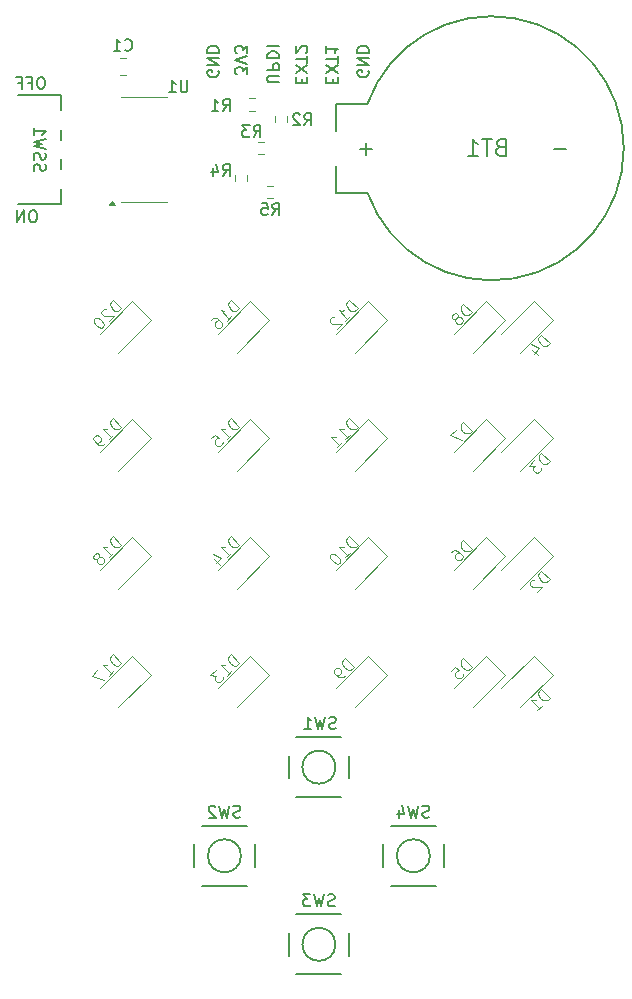
<source format=gbr>
%TF.GenerationSoftware,KiCad,Pcbnew,8.0.5*%
%TF.CreationDate,2025-05-11T18:50:40-04:00*%
%TF.ProjectId,Business_Card,42757369-6e65-4737-935f-436172642e6b,rev?*%
%TF.SameCoordinates,Original*%
%TF.FileFunction,Legend,Bot*%
%TF.FilePolarity,Positive*%
%FSLAX46Y46*%
G04 Gerber Fmt 4.6, Leading zero omitted, Abs format (unit mm)*
G04 Created by KiCad (PCBNEW 8.0.5) date 2025-05-11 18:50:40*
%MOMM*%
%LPD*%
G01*
G04 APERTURE LIST*
%ADD10C,0.200000*%
%ADD11C,0.100000*%
%ADD12C,0.150000*%
%ADD13C,0.120000*%
%ADD14C,0.127000*%
%ADD15C,0.152400*%
G04 APERTURE END LIST*
D10*
X132032780Y-39150625D02*
X132032780Y-38531578D01*
X132032780Y-38531578D02*
X131651828Y-38864911D01*
X131651828Y-38864911D02*
X131651828Y-38722054D01*
X131651828Y-38722054D02*
X131604209Y-38626816D01*
X131604209Y-38626816D02*
X131556590Y-38579197D01*
X131556590Y-38579197D02*
X131461352Y-38531578D01*
X131461352Y-38531578D02*
X131223257Y-38531578D01*
X131223257Y-38531578D02*
X131128019Y-38579197D01*
X131128019Y-38579197D02*
X131080400Y-38626816D01*
X131080400Y-38626816D02*
X131032780Y-38722054D01*
X131032780Y-38722054D02*
X131032780Y-39007768D01*
X131032780Y-39007768D02*
X131080400Y-39103006D01*
X131080400Y-39103006D02*
X131128019Y-39150625D01*
X132032780Y-38245863D02*
X131032780Y-37912530D01*
X131032780Y-37912530D02*
X132032780Y-37579197D01*
X132032780Y-37341101D02*
X132032780Y-36722054D01*
X132032780Y-36722054D02*
X131651828Y-37055387D01*
X131651828Y-37055387D02*
X131651828Y-36912530D01*
X131651828Y-36912530D02*
X131604209Y-36817292D01*
X131604209Y-36817292D02*
X131556590Y-36769673D01*
X131556590Y-36769673D02*
X131461352Y-36722054D01*
X131461352Y-36722054D02*
X131223257Y-36722054D01*
X131223257Y-36722054D02*
X131128019Y-36769673D01*
X131128019Y-36769673D02*
X131080400Y-36817292D01*
X131080400Y-36817292D02*
X131032780Y-36912530D01*
X131032780Y-36912530D02*
X131032780Y-37198244D01*
X131032780Y-37198244D02*
X131080400Y-37293482D01*
X131080400Y-37293482D02*
X131128019Y-37341101D01*
X134732780Y-39817291D02*
X133923257Y-39817291D01*
X133923257Y-39817291D02*
X133828019Y-39769672D01*
X133828019Y-39769672D02*
X133780400Y-39722053D01*
X133780400Y-39722053D02*
X133732780Y-39626815D01*
X133732780Y-39626815D02*
X133732780Y-39436339D01*
X133732780Y-39436339D02*
X133780400Y-39341101D01*
X133780400Y-39341101D02*
X133828019Y-39293482D01*
X133828019Y-39293482D02*
X133923257Y-39245863D01*
X133923257Y-39245863D02*
X134732780Y-39245863D01*
X133732780Y-38769672D02*
X134732780Y-38769672D01*
X134732780Y-38769672D02*
X134732780Y-38388720D01*
X134732780Y-38388720D02*
X134685161Y-38293482D01*
X134685161Y-38293482D02*
X134637542Y-38245863D01*
X134637542Y-38245863D02*
X134542304Y-38198244D01*
X134542304Y-38198244D02*
X134399447Y-38198244D01*
X134399447Y-38198244D02*
X134304209Y-38245863D01*
X134304209Y-38245863D02*
X134256590Y-38293482D01*
X134256590Y-38293482D02*
X134208971Y-38388720D01*
X134208971Y-38388720D02*
X134208971Y-38769672D01*
X133732780Y-37769672D02*
X134732780Y-37769672D01*
X134732780Y-37769672D02*
X134732780Y-37531577D01*
X134732780Y-37531577D02*
X134685161Y-37388720D01*
X134685161Y-37388720D02*
X134589923Y-37293482D01*
X134589923Y-37293482D02*
X134494685Y-37245863D01*
X134494685Y-37245863D02*
X134304209Y-37198244D01*
X134304209Y-37198244D02*
X134161352Y-37198244D01*
X134161352Y-37198244D02*
X133970876Y-37245863D01*
X133970876Y-37245863D02*
X133875638Y-37293482D01*
X133875638Y-37293482D02*
X133780400Y-37388720D01*
X133780400Y-37388720D02*
X133732780Y-37531577D01*
X133732780Y-37531577D02*
X133732780Y-37769672D01*
X133732780Y-36769672D02*
X134732780Y-36769672D01*
X136656590Y-39864911D02*
X136656590Y-39531578D01*
X136132780Y-39388721D02*
X136132780Y-39864911D01*
X136132780Y-39864911D02*
X137132780Y-39864911D01*
X137132780Y-39864911D02*
X137132780Y-39388721D01*
X137132780Y-39055387D02*
X136132780Y-38388721D01*
X137132780Y-38388721D02*
X136132780Y-39055387D01*
X137132780Y-38150625D02*
X137132780Y-37579197D01*
X136132780Y-37864911D02*
X137132780Y-37864911D01*
X137037542Y-37293482D02*
X137085161Y-37245863D01*
X137085161Y-37245863D02*
X137132780Y-37150625D01*
X137132780Y-37150625D02*
X137132780Y-36912530D01*
X137132780Y-36912530D02*
X137085161Y-36817292D01*
X137085161Y-36817292D02*
X137037542Y-36769673D01*
X137037542Y-36769673D02*
X136942304Y-36722054D01*
X136942304Y-36722054D02*
X136847066Y-36722054D01*
X136847066Y-36722054D02*
X136704209Y-36769673D01*
X136704209Y-36769673D02*
X136132780Y-37341101D01*
X136132780Y-37341101D02*
X136132780Y-36722054D01*
X139256590Y-39864911D02*
X139256590Y-39531578D01*
X138732780Y-39388721D02*
X138732780Y-39864911D01*
X138732780Y-39864911D02*
X139732780Y-39864911D01*
X139732780Y-39864911D02*
X139732780Y-39388721D01*
X139732780Y-39055387D02*
X138732780Y-38388721D01*
X139732780Y-38388721D02*
X138732780Y-39055387D01*
X139732780Y-38150625D02*
X139732780Y-37579197D01*
X138732780Y-37864911D02*
X139732780Y-37864911D01*
X138732780Y-36722054D02*
X138732780Y-37293482D01*
X138732780Y-37007768D02*
X139732780Y-37007768D01*
X139732780Y-37007768D02*
X139589923Y-37103006D01*
X139589923Y-37103006D02*
X139494685Y-37198244D01*
X139494685Y-37198244D02*
X139447066Y-37293482D01*
X142285161Y-38817292D02*
X142332780Y-38912530D01*
X142332780Y-38912530D02*
X142332780Y-39055387D01*
X142332780Y-39055387D02*
X142285161Y-39198244D01*
X142285161Y-39198244D02*
X142189923Y-39293482D01*
X142189923Y-39293482D02*
X142094685Y-39341101D01*
X142094685Y-39341101D02*
X141904209Y-39388720D01*
X141904209Y-39388720D02*
X141761352Y-39388720D01*
X141761352Y-39388720D02*
X141570876Y-39341101D01*
X141570876Y-39341101D02*
X141475638Y-39293482D01*
X141475638Y-39293482D02*
X141380400Y-39198244D01*
X141380400Y-39198244D02*
X141332780Y-39055387D01*
X141332780Y-39055387D02*
X141332780Y-38960149D01*
X141332780Y-38960149D02*
X141380400Y-38817292D01*
X141380400Y-38817292D02*
X141428019Y-38769673D01*
X141428019Y-38769673D02*
X141761352Y-38769673D01*
X141761352Y-38769673D02*
X141761352Y-38960149D01*
X141332780Y-38341101D02*
X142332780Y-38341101D01*
X142332780Y-38341101D02*
X141332780Y-37769673D01*
X141332780Y-37769673D02*
X142332780Y-37769673D01*
X141332780Y-37293482D02*
X142332780Y-37293482D01*
X142332780Y-37293482D02*
X142332780Y-37055387D01*
X142332780Y-37055387D02*
X142285161Y-36912530D01*
X142285161Y-36912530D02*
X142189923Y-36817292D01*
X142189923Y-36817292D02*
X142094685Y-36769673D01*
X142094685Y-36769673D02*
X141904209Y-36722054D01*
X141904209Y-36722054D02*
X141761352Y-36722054D01*
X141761352Y-36722054D02*
X141570876Y-36769673D01*
X141570876Y-36769673D02*
X141475638Y-36817292D01*
X141475638Y-36817292D02*
X141380400Y-36912530D01*
X141380400Y-36912530D02*
X141332780Y-37055387D01*
X141332780Y-37055387D02*
X141332780Y-37293482D01*
X129585161Y-38817292D02*
X129632780Y-38912530D01*
X129632780Y-38912530D02*
X129632780Y-39055387D01*
X129632780Y-39055387D02*
X129585161Y-39198244D01*
X129585161Y-39198244D02*
X129489923Y-39293482D01*
X129489923Y-39293482D02*
X129394685Y-39341101D01*
X129394685Y-39341101D02*
X129204209Y-39388720D01*
X129204209Y-39388720D02*
X129061352Y-39388720D01*
X129061352Y-39388720D02*
X128870876Y-39341101D01*
X128870876Y-39341101D02*
X128775638Y-39293482D01*
X128775638Y-39293482D02*
X128680400Y-39198244D01*
X128680400Y-39198244D02*
X128632780Y-39055387D01*
X128632780Y-39055387D02*
X128632780Y-38960149D01*
X128632780Y-38960149D02*
X128680400Y-38817292D01*
X128680400Y-38817292D02*
X128728019Y-38769673D01*
X128728019Y-38769673D02*
X129061352Y-38769673D01*
X129061352Y-38769673D02*
X129061352Y-38960149D01*
X128632780Y-38341101D02*
X129632780Y-38341101D01*
X129632780Y-38341101D02*
X128632780Y-37769673D01*
X128632780Y-37769673D02*
X129632780Y-37769673D01*
X128632780Y-37293482D02*
X129632780Y-37293482D01*
X129632780Y-37293482D02*
X129632780Y-37055387D01*
X129632780Y-37055387D02*
X129585161Y-36912530D01*
X129585161Y-36912530D02*
X129489923Y-36817292D01*
X129489923Y-36817292D02*
X129394685Y-36769673D01*
X129394685Y-36769673D02*
X129204209Y-36722054D01*
X129204209Y-36722054D02*
X129061352Y-36722054D01*
X129061352Y-36722054D02*
X128870876Y-36769673D01*
X128870876Y-36769673D02*
X128775638Y-36817292D01*
X128775638Y-36817292D02*
X128680400Y-36912530D01*
X128680400Y-36912530D02*
X128632780Y-37055387D01*
X128632780Y-37055387D02*
X128632780Y-37293482D01*
X113998244Y-50667219D02*
X113807768Y-50667219D01*
X113807768Y-50667219D02*
X113712530Y-50714838D01*
X113712530Y-50714838D02*
X113617292Y-50810076D01*
X113617292Y-50810076D02*
X113569673Y-51000552D01*
X113569673Y-51000552D02*
X113569673Y-51333885D01*
X113569673Y-51333885D02*
X113617292Y-51524361D01*
X113617292Y-51524361D02*
X113712530Y-51619600D01*
X113712530Y-51619600D02*
X113807768Y-51667219D01*
X113807768Y-51667219D02*
X113998244Y-51667219D01*
X113998244Y-51667219D02*
X114093482Y-51619600D01*
X114093482Y-51619600D02*
X114188720Y-51524361D01*
X114188720Y-51524361D02*
X114236339Y-51333885D01*
X114236339Y-51333885D02*
X114236339Y-51000552D01*
X114236339Y-51000552D02*
X114188720Y-50810076D01*
X114188720Y-50810076D02*
X114093482Y-50714838D01*
X114093482Y-50714838D02*
X113998244Y-50667219D01*
X113141101Y-51667219D02*
X113141101Y-50667219D01*
X113141101Y-50667219D02*
X112569673Y-51667219D01*
X112569673Y-51667219D02*
X112569673Y-50667219D01*
X114664911Y-39367219D02*
X114474435Y-39367219D01*
X114474435Y-39367219D02*
X114379197Y-39414838D01*
X114379197Y-39414838D02*
X114283959Y-39510076D01*
X114283959Y-39510076D02*
X114236340Y-39700552D01*
X114236340Y-39700552D02*
X114236340Y-40033885D01*
X114236340Y-40033885D02*
X114283959Y-40224361D01*
X114283959Y-40224361D02*
X114379197Y-40319600D01*
X114379197Y-40319600D02*
X114474435Y-40367219D01*
X114474435Y-40367219D02*
X114664911Y-40367219D01*
X114664911Y-40367219D02*
X114760149Y-40319600D01*
X114760149Y-40319600D02*
X114855387Y-40224361D01*
X114855387Y-40224361D02*
X114903006Y-40033885D01*
X114903006Y-40033885D02*
X114903006Y-39700552D01*
X114903006Y-39700552D02*
X114855387Y-39510076D01*
X114855387Y-39510076D02*
X114760149Y-39414838D01*
X114760149Y-39414838D02*
X114664911Y-39367219D01*
X113474435Y-39843409D02*
X113807768Y-39843409D01*
X113807768Y-40367219D02*
X113807768Y-39367219D01*
X113807768Y-39367219D02*
X113331578Y-39367219D01*
X112617292Y-39843409D02*
X112950625Y-39843409D01*
X112950625Y-40367219D02*
X112950625Y-39367219D01*
X112950625Y-39367219D02*
X112474435Y-39367219D01*
D11*
X141369991Y-78962732D02*
X140662885Y-78255625D01*
X140662885Y-78255625D02*
X140494526Y-78423984D01*
X140494526Y-78423984D02*
X140427182Y-78558671D01*
X140427182Y-78558671D02*
X140427182Y-78693358D01*
X140427182Y-78693358D02*
X140460854Y-78794373D01*
X140460854Y-78794373D02*
X140561869Y-78962732D01*
X140561869Y-78962732D02*
X140662885Y-79063747D01*
X140662885Y-79063747D02*
X140831243Y-79164762D01*
X140831243Y-79164762D02*
X140932259Y-79198434D01*
X140932259Y-79198434D02*
X141066946Y-79198434D01*
X141066946Y-79198434D02*
X141201633Y-79131091D01*
X141201633Y-79131091D02*
X141369991Y-78962732D01*
X140292495Y-80040228D02*
X140696556Y-79636167D01*
X140494526Y-79838197D02*
X139787419Y-79131091D01*
X139787419Y-79131091D02*
X139955778Y-79164762D01*
X139955778Y-79164762D02*
X140090465Y-79164762D01*
X140090465Y-79164762D02*
X140191480Y-79131091D01*
X139147656Y-79770854D02*
X139080312Y-79838197D01*
X139080312Y-79838197D02*
X139046640Y-79939213D01*
X139046640Y-79939213D02*
X139046640Y-80006556D01*
X139046640Y-80006556D02*
X139080312Y-80107571D01*
X139080312Y-80107571D02*
X139181327Y-80275930D01*
X139181327Y-80275930D02*
X139349686Y-80444289D01*
X139349686Y-80444289D02*
X139518045Y-80545304D01*
X139518045Y-80545304D02*
X139619060Y-80578976D01*
X139619060Y-80578976D02*
X139686404Y-80578976D01*
X139686404Y-80578976D02*
X139787419Y-80545304D01*
X139787419Y-80545304D02*
X139854762Y-80477961D01*
X139854762Y-80477961D02*
X139888434Y-80376946D01*
X139888434Y-80376946D02*
X139888434Y-80309602D01*
X139888434Y-80309602D02*
X139854762Y-80208587D01*
X139854762Y-80208587D02*
X139753747Y-80040228D01*
X139753747Y-80040228D02*
X139585388Y-79871869D01*
X139585388Y-79871869D02*
X139417030Y-79770854D01*
X139417030Y-79770854D02*
X139316014Y-79737182D01*
X139316014Y-79737182D02*
X139248671Y-79737182D01*
X139248671Y-79737182D02*
X139147656Y-79770854D01*
D12*
X129966666Y-47754819D02*
X130299999Y-47278628D01*
X130538094Y-47754819D02*
X130538094Y-46754819D01*
X130538094Y-46754819D02*
X130157142Y-46754819D01*
X130157142Y-46754819D02*
X130061904Y-46802438D01*
X130061904Y-46802438D02*
X130014285Y-46850057D01*
X130014285Y-46850057D02*
X129966666Y-46945295D01*
X129966666Y-46945295D02*
X129966666Y-47088152D01*
X129966666Y-47088152D02*
X130014285Y-47183390D01*
X130014285Y-47183390D02*
X130061904Y-47231009D01*
X130061904Y-47231009D02*
X130157142Y-47278628D01*
X130157142Y-47278628D02*
X130538094Y-47278628D01*
X129109523Y-47088152D02*
X129109523Y-47754819D01*
X129347618Y-46707200D02*
X129585713Y-47421485D01*
X129585713Y-47421485D02*
X128966666Y-47421485D01*
D11*
X141033273Y-89299450D02*
X140326167Y-88592343D01*
X140326167Y-88592343D02*
X140157808Y-88760702D01*
X140157808Y-88760702D02*
X140090464Y-88895389D01*
X140090464Y-88895389D02*
X140090464Y-89030076D01*
X140090464Y-89030076D02*
X140124136Y-89131091D01*
X140124136Y-89131091D02*
X140225151Y-89299450D01*
X140225151Y-89299450D02*
X140326167Y-89400465D01*
X140326167Y-89400465D02*
X140494525Y-89501480D01*
X140494525Y-89501480D02*
X140595541Y-89535152D01*
X140595541Y-89535152D02*
X140730228Y-89535152D01*
X140730228Y-89535152D02*
X140864915Y-89467809D01*
X140864915Y-89467809D02*
X141033273Y-89299450D01*
X140292495Y-90040228D02*
X140157808Y-90174915D01*
X140157808Y-90174915D02*
X140056793Y-90208587D01*
X140056793Y-90208587D02*
X139989449Y-90208587D01*
X139989449Y-90208587D02*
X139821090Y-90174915D01*
X139821090Y-90174915D02*
X139652732Y-90073900D01*
X139652732Y-90073900D02*
X139383358Y-89804526D01*
X139383358Y-89804526D02*
X139349686Y-89703511D01*
X139349686Y-89703511D02*
X139349686Y-89636167D01*
X139349686Y-89636167D02*
X139383358Y-89535152D01*
X139383358Y-89535152D02*
X139518045Y-89400465D01*
X139518045Y-89400465D02*
X139619060Y-89366793D01*
X139619060Y-89366793D02*
X139686403Y-89366793D01*
X139686403Y-89366793D02*
X139787419Y-89400465D01*
X139787419Y-89400465D02*
X139955777Y-89568824D01*
X139955777Y-89568824D02*
X139989449Y-89669839D01*
X139989449Y-89669839D02*
X139989449Y-89737183D01*
X139989449Y-89737183D02*
X139955777Y-89838198D01*
X139955777Y-89838198D02*
X139821090Y-89972885D01*
X139821090Y-89972885D02*
X139720075Y-90006557D01*
X139720075Y-90006557D02*
X139652732Y-90006557D01*
X139652732Y-90006557D02*
X139551716Y-89972885D01*
X121369991Y-58962732D02*
X120662885Y-58255625D01*
X120662885Y-58255625D02*
X120494526Y-58423984D01*
X120494526Y-58423984D02*
X120427182Y-58558671D01*
X120427182Y-58558671D02*
X120427182Y-58693358D01*
X120427182Y-58693358D02*
X120460854Y-58794373D01*
X120460854Y-58794373D02*
X120561869Y-58962732D01*
X120561869Y-58962732D02*
X120662885Y-59063747D01*
X120662885Y-59063747D02*
X120831243Y-59164762D01*
X120831243Y-59164762D02*
X120932259Y-59198434D01*
X120932259Y-59198434D02*
X121066946Y-59198434D01*
X121066946Y-59198434D02*
X121201633Y-59131091D01*
X121201633Y-59131091D02*
X121369991Y-58962732D01*
X120056793Y-58996404D02*
X119989449Y-58996404D01*
X119989449Y-58996404D02*
X119888434Y-59030075D01*
X119888434Y-59030075D02*
X119720075Y-59198434D01*
X119720075Y-59198434D02*
X119686404Y-59299449D01*
X119686404Y-59299449D02*
X119686404Y-59366793D01*
X119686404Y-59366793D02*
X119720075Y-59467808D01*
X119720075Y-59467808D02*
X119787419Y-59535152D01*
X119787419Y-59535152D02*
X119922106Y-59602495D01*
X119922106Y-59602495D02*
X120730228Y-59602495D01*
X120730228Y-59602495D02*
X120292495Y-60040228D01*
X119147656Y-59770854D02*
X119080312Y-59838197D01*
X119080312Y-59838197D02*
X119046640Y-59939213D01*
X119046640Y-59939213D02*
X119046640Y-60006556D01*
X119046640Y-60006556D02*
X119080312Y-60107571D01*
X119080312Y-60107571D02*
X119181327Y-60275930D01*
X119181327Y-60275930D02*
X119349686Y-60444289D01*
X119349686Y-60444289D02*
X119518045Y-60545304D01*
X119518045Y-60545304D02*
X119619060Y-60578976D01*
X119619060Y-60578976D02*
X119686404Y-60578976D01*
X119686404Y-60578976D02*
X119787419Y-60545304D01*
X119787419Y-60545304D02*
X119854762Y-60477961D01*
X119854762Y-60477961D02*
X119888434Y-60376946D01*
X119888434Y-60376946D02*
X119888434Y-60309602D01*
X119888434Y-60309602D02*
X119854762Y-60208587D01*
X119854762Y-60208587D02*
X119753747Y-60040228D01*
X119753747Y-60040228D02*
X119585388Y-59871869D01*
X119585388Y-59871869D02*
X119417030Y-59770854D01*
X119417030Y-59770854D02*
X119316014Y-59737182D01*
X119316014Y-59737182D02*
X119248671Y-59737182D01*
X119248671Y-59737182D02*
X119147656Y-59770854D01*
X131369991Y-68962732D02*
X130662885Y-68255625D01*
X130662885Y-68255625D02*
X130494526Y-68423984D01*
X130494526Y-68423984D02*
X130427182Y-68558671D01*
X130427182Y-68558671D02*
X130427182Y-68693358D01*
X130427182Y-68693358D02*
X130460854Y-68794373D01*
X130460854Y-68794373D02*
X130561869Y-68962732D01*
X130561869Y-68962732D02*
X130662885Y-69063747D01*
X130662885Y-69063747D02*
X130831243Y-69164762D01*
X130831243Y-69164762D02*
X130932259Y-69198434D01*
X130932259Y-69198434D02*
X131066946Y-69198434D01*
X131066946Y-69198434D02*
X131201633Y-69131091D01*
X131201633Y-69131091D02*
X131369991Y-68962732D01*
X130292495Y-70040228D02*
X130696556Y-69636167D01*
X130494526Y-69838197D02*
X129787419Y-69131091D01*
X129787419Y-69131091D02*
X129955778Y-69164762D01*
X129955778Y-69164762D02*
X130090465Y-69164762D01*
X130090465Y-69164762D02*
X130191480Y-69131091D01*
X128945625Y-69972884D02*
X129282343Y-69636167D01*
X129282343Y-69636167D02*
X129652732Y-69939213D01*
X129652732Y-69939213D02*
X129585388Y-69939213D01*
X129585388Y-69939213D02*
X129484373Y-69972884D01*
X129484373Y-69972884D02*
X129316014Y-70141243D01*
X129316014Y-70141243D02*
X129282343Y-70242259D01*
X129282343Y-70242259D02*
X129282343Y-70309602D01*
X129282343Y-70309602D02*
X129316014Y-70410617D01*
X129316014Y-70410617D02*
X129484373Y-70578976D01*
X129484373Y-70578976D02*
X129585388Y-70612648D01*
X129585388Y-70612648D02*
X129652732Y-70612648D01*
X129652732Y-70612648D02*
X129753747Y-70578976D01*
X129753747Y-70578976D02*
X129922106Y-70410617D01*
X129922106Y-70410617D02*
X129955778Y-70309602D01*
X129955778Y-70309602D02*
X129955778Y-70242259D01*
X151033273Y-59299450D02*
X150326167Y-58592343D01*
X150326167Y-58592343D02*
X150157808Y-58760702D01*
X150157808Y-58760702D02*
X150090464Y-58895389D01*
X150090464Y-58895389D02*
X150090464Y-59030076D01*
X150090464Y-59030076D02*
X150124136Y-59131091D01*
X150124136Y-59131091D02*
X150225151Y-59299450D01*
X150225151Y-59299450D02*
X150326167Y-59400465D01*
X150326167Y-59400465D02*
X150494525Y-59501480D01*
X150494525Y-59501480D02*
X150595541Y-59535152D01*
X150595541Y-59535152D02*
X150730228Y-59535152D01*
X150730228Y-59535152D02*
X150864915Y-59467809D01*
X150864915Y-59467809D02*
X151033273Y-59299450D01*
X149821090Y-59703511D02*
X149854762Y-59602496D01*
X149854762Y-59602496D02*
X149854762Y-59535152D01*
X149854762Y-59535152D02*
X149821090Y-59434137D01*
X149821090Y-59434137D02*
X149787419Y-59400465D01*
X149787419Y-59400465D02*
X149686403Y-59366793D01*
X149686403Y-59366793D02*
X149619060Y-59366793D01*
X149619060Y-59366793D02*
X149518045Y-59400465D01*
X149518045Y-59400465D02*
X149383358Y-59535152D01*
X149383358Y-59535152D02*
X149349686Y-59636167D01*
X149349686Y-59636167D02*
X149349686Y-59703511D01*
X149349686Y-59703511D02*
X149383358Y-59804526D01*
X149383358Y-59804526D02*
X149417029Y-59838198D01*
X149417029Y-59838198D02*
X149518045Y-59871870D01*
X149518045Y-59871870D02*
X149585388Y-59871870D01*
X149585388Y-59871870D02*
X149686403Y-59838198D01*
X149686403Y-59838198D02*
X149821090Y-59703511D01*
X149821090Y-59703511D02*
X149922106Y-59669839D01*
X149922106Y-59669839D02*
X149989449Y-59669839D01*
X149989449Y-59669839D02*
X150090464Y-59703511D01*
X150090464Y-59703511D02*
X150225151Y-59838198D01*
X150225151Y-59838198D02*
X150258823Y-59939213D01*
X150258823Y-59939213D02*
X150258823Y-60006557D01*
X150258823Y-60006557D02*
X150225151Y-60107572D01*
X150225151Y-60107572D02*
X150090464Y-60242259D01*
X150090464Y-60242259D02*
X149989449Y-60275931D01*
X149989449Y-60275931D02*
X149922106Y-60275931D01*
X149922106Y-60275931D02*
X149821090Y-60242259D01*
X149821090Y-60242259D02*
X149686403Y-60107572D01*
X149686403Y-60107572D02*
X149652732Y-60006557D01*
X149652732Y-60006557D02*
X149652732Y-59939213D01*
X149652732Y-59939213D02*
X149686403Y-59838198D01*
D12*
X136866666Y-43454819D02*
X137199999Y-42978628D01*
X137438094Y-43454819D02*
X137438094Y-42454819D01*
X137438094Y-42454819D02*
X137057142Y-42454819D01*
X137057142Y-42454819D02*
X136961904Y-42502438D01*
X136961904Y-42502438D02*
X136914285Y-42550057D01*
X136914285Y-42550057D02*
X136866666Y-42645295D01*
X136866666Y-42645295D02*
X136866666Y-42788152D01*
X136866666Y-42788152D02*
X136914285Y-42883390D01*
X136914285Y-42883390D02*
X136961904Y-42931009D01*
X136961904Y-42931009D02*
X137057142Y-42978628D01*
X137057142Y-42978628D02*
X137438094Y-42978628D01*
X136485713Y-42550057D02*
X136438094Y-42502438D01*
X136438094Y-42502438D02*
X136342856Y-42454819D01*
X136342856Y-42454819D02*
X136104761Y-42454819D01*
X136104761Y-42454819D02*
X136009523Y-42502438D01*
X136009523Y-42502438D02*
X135961904Y-42550057D01*
X135961904Y-42550057D02*
X135914285Y-42645295D01*
X135914285Y-42645295D02*
X135914285Y-42740533D01*
X135914285Y-42740533D02*
X135961904Y-42883390D01*
X135961904Y-42883390D02*
X136533332Y-43454819D01*
X136533332Y-43454819D02*
X135914285Y-43454819D01*
X134166666Y-51054819D02*
X134499999Y-50578628D01*
X134738094Y-51054819D02*
X134738094Y-50054819D01*
X134738094Y-50054819D02*
X134357142Y-50054819D01*
X134357142Y-50054819D02*
X134261904Y-50102438D01*
X134261904Y-50102438D02*
X134214285Y-50150057D01*
X134214285Y-50150057D02*
X134166666Y-50245295D01*
X134166666Y-50245295D02*
X134166666Y-50388152D01*
X134166666Y-50388152D02*
X134214285Y-50483390D01*
X134214285Y-50483390D02*
X134261904Y-50531009D01*
X134261904Y-50531009D02*
X134357142Y-50578628D01*
X134357142Y-50578628D02*
X134738094Y-50578628D01*
X133261904Y-50054819D02*
X133738094Y-50054819D01*
X133738094Y-50054819D02*
X133785713Y-50531009D01*
X133785713Y-50531009D02*
X133738094Y-50483390D01*
X133738094Y-50483390D02*
X133642856Y-50435771D01*
X133642856Y-50435771D02*
X133404761Y-50435771D01*
X133404761Y-50435771D02*
X133309523Y-50483390D01*
X133309523Y-50483390D02*
X133261904Y-50531009D01*
X133261904Y-50531009D02*
X133214285Y-50626247D01*
X133214285Y-50626247D02*
X133214285Y-50864342D01*
X133214285Y-50864342D02*
X133261904Y-50959580D01*
X133261904Y-50959580D02*
X133309523Y-51007200D01*
X133309523Y-51007200D02*
X133404761Y-51054819D01*
X133404761Y-51054819D02*
X133642856Y-51054819D01*
X133642856Y-51054819D02*
X133738094Y-51007200D01*
X133738094Y-51007200D02*
X133785713Y-50959580D01*
D11*
X131369991Y-78962732D02*
X130662885Y-78255625D01*
X130662885Y-78255625D02*
X130494526Y-78423984D01*
X130494526Y-78423984D02*
X130427182Y-78558671D01*
X130427182Y-78558671D02*
X130427182Y-78693358D01*
X130427182Y-78693358D02*
X130460854Y-78794373D01*
X130460854Y-78794373D02*
X130561869Y-78962732D01*
X130561869Y-78962732D02*
X130662885Y-79063747D01*
X130662885Y-79063747D02*
X130831243Y-79164762D01*
X130831243Y-79164762D02*
X130932259Y-79198434D01*
X130932259Y-79198434D02*
X131066946Y-79198434D01*
X131066946Y-79198434D02*
X131201633Y-79131091D01*
X131201633Y-79131091D02*
X131369991Y-78962732D01*
X130292495Y-80040228D02*
X130696556Y-79636167D01*
X130494526Y-79838197D02*
X129787419Y-79131091D01*
X129787419Y-79131091D02*
X129955778Y-79164762D01*
X129955778Y-79164762D02*
X130090465Y-79164762D01*
X130090465Y-79164762D02*
X130191480Y-79131091D01*
X129214999Y-80174915D02*
X129686404Y-80646320D01*
X129113984Y-79737182D02*
X129787419Y-80073900D01*
X129787419Y-80073900D02*
X129349686Y-80511633D01*
D12*
X131435337Y-102019301D02*
X131292267Y-102066991D01*
X131292267Y-102066991D02*
X131053815Y-102066991D01*
X131053815Y-102066991D02*
X130958435Y-102019301D01*
X130958435Y-102019301D02*
X130910744Y-101971610D01*
X130910744Y-101971610D02*
X130863054Y-101876230D01*
X130863054Y-101876230D02*
X130863054Y-101780849D01*
X130863054Y-101780849D02*
X130910744Y-101685469D01*
X130910744Y-101685469D02*
X130958435Y-101637778D01*
X130958435Y-101637778D02*
X131053815Y-101590088D01*
X131053815Y-101590088D02*
X131244576Y-101542398D01*
X131244576Y-101542398D02*
X131339957Y-101494707D01*
X131339957Y-101494707D02*
X131387647Y-101447017D01*
X131387647Y-101447017D02*
X131435337Y-101351637D01*
X131435337Y-101351637D02*
X131435337Y-101256256D01*
X131435337Y-101256256D02*
X131387647Y-101160875D01*
X131387647Y-101160875D02*
X131339957Y-101113185D01*
X131339957Y-101113185D02*
X131244576Y-101065495D01*
X131244576Y-101065495D02*
X131006125Y-101065495D01*
X131006125Y-101065495D02*
X130863054Y-101113185D01*
X130529222Y-101065495D02*
X130290770Y-102066991D01*
X130290770Y-102066991D02*
X130100009Y-101351637D01*
X130100009Y-101351637D02*
X129909248Y-102066991D01*
X129909248Y-102066991D02*
X129670797Y-101065495D01*
X129336964Y-101160875D02*
X129289274Y-101113185D01*
X129289274Y-101113185D02*
X129193894Y-101065495D01*
X129193894Y-101065495D02*
X128955442Y-101065495D01*
X128955442Y-101065495D02*
X128860062Y-101113185D01*
X128860062Y-101113185D02*
X128812371Y-101160875D01*
X128812371Y-101160875D02*
X128764681Y-101256256D01*
X128764681Y-101256256D02*
X128764681Y-101351637D01*
X128764681Y-101351637D02*
X128812371Y-101494707D01*
X128812371Y-101494707D02*
X129384655Y-102066991D01*
X129384655Y-102066991D02*
X128764681Y-102066991D01*
D11*
X141369991Y-68962732D02*
X140662885Y-68255625D01*
X140662885Y-68255625D02*
X140494526Y-68423984D01*
X140494526Y-68423984D02*
X140427182Y-68558671D01*
X140427182Y-68558671D02*
X140427182Y-68693358D01*
X140427182Y-68693358D02*
X140460854Y-68794373D01*
X140460854Y-68794373D02*
X140561869Y-68962732D01*
X140561869Y-68962732D02*
X140662885Y-69063747D01*
X140662885Y-69063747D02*
X140831243Y-69164762D01*
X140831243Y-69164762D02*
X140932259Y-69198434D01*
X140932259Y-69198434D02*
X141066946Y-69198434D01*
X141066946Y-69198434D02*
X141201633Y-69131091D01*
X141201633Y-69131091D02*
X141369991Y-68962732D01*
X140292495Y-70040228D02*
X140696556Y-69636167D01*
X140494526Y-69838197D02*
X139787419Y-69131091D01*
X139787419Y-69131091D02*
X139955778Y-69164762D01*
X139955778Y-69164762D02*
X140090465Y-69164762D01*
X140090465Y-69164762D02*
X140191480Y-69131091D01*
X139619060Y-70713663D02*
X140023121Y-70309602D01*
X139821091Y-70511633D02*
X139113984Y-69804526D01*
X139113984Y-69804526D02*
X139282343Y-69838197D01*
X139282343Y-69838197D02*
X139417030Y-69838197D01*
X139417030Y-69838197D02*
X139518045Y-69804526D01*
X157635355Y-81906557D02*
X156928249Y-81199450D01*
X156928249Y-81199450D02*
X156759890Y-81367809D01*
X156759890Y-81367809D02*
X156692546Y-81502496D01*
X156692546Y-81502496D02*
X156692546Y-81637183D01*
X156692546Y-81637183D02*
X156726218Y-81738198D01*
X156726218Y-81738198D02*
X156827233Y-81906557D01*
X156827233Y-81906557D02*
X156928249Y-82007572D01*
X156928249Y-82007572D02*
X157096607Y-82108587D01*
X157096607Y-82108587D02*
X157197623Y-82142259D01*
X157197623Y-82142259D02*
X157332310Y-82142259D01*
X157332310Y-82142259D02*
X157466997Y-82074916D01*
X157466997Y-82074916D02*
X157635355Y-81906557D01*
X156322157Y-81940229D02*
X156254814Y-81940229D01*
X156254814Y-81940229D02*
X156153798Y-81973900D01*
X156153798Y-81973900D02*
X155985440Y-82142259D01*
X155985440Y-82142259D02*
X155951768Y-82243274D01*
X155951768Y-82243274D02*
X155951768Y-82310618D01*
X155951768Y-82310618D02*
X155985440Y-82411633D01*
X155985440Y-82411633D02*
X156052783Y-82478977D01*
X156052783Y-82478977D02*
X156187470Y-82546320D01*
X156187470Y-82546320D02*
X156995592Y-82546320D01*
X156995592Y-82546320D02*
X156557859Y-82984053D01*
X121369991Y-88962732D02*
X120662885Y-88255625D01*
X120662885Y-88255625D02*
X120494526Y-88423984D01*
X120494526Y-88423984D02*
X120427182Y-88558671D01*
X120427182Y-88558671D02*
X120427182Y-88693358D01*
X120427182Y-88693358D02*
X120460854Y-88794373D01*
X120460854Y-88794373D02*
X120561869Y-88962732D01*
X120561869Y-88962732D02*
X120662885Y-89063747D01*
X120662885Y-89063747D02*
X120831243Y-89164762D01*
X120831243Y-89164762D02*
X120932259Y-89198434D01*
X120932259Y-89198434D02*
X121066946Y-89198434D01*
X121066946Y-89198434D02*
X121201633Y-89131091D01*
X121201633Y-89131091D02*
X121369991Y-88962732D01*
X120292495Y-90040228D02*
X120696556Y-89636167D01*
X120494526Y-89838197D02*
X119787419Y-89131091D01*
X119787419Y-89131091D02*
X119955778Y-89164762D01*
X119955778Y-89164762D02*
X120090465Y-89164762D01*
X120090465Y-89164762D02*
X120191480Y-89131091D01*
X119349686Y-89568823D02*
X118878282Y-90040228D01*
X118878282Y-90040228D02*
X119888434Y-90444289D01*
D12*
X114018700Y-47309523D02*
X113971080Y-47166666D01*
X113971080Y-47166666D02*
X113971080Y-46928571D01*
X113971080Y-46928571D02*
X114018700Y-46833333D01*
X114018700Y-46833333D02*
X114066319Y-46785714D01*
X114066319Y-46785714D02*
X114161557Y-46738095D01*
X114161557Y-46738095D02*
X114256795Y-46738095D01*
X114256795Y-46738095D02*
X114352033Y-46785714D01*
X114352033Y-46785714D02*
X114399652Y-46833333D01*
X114399652Y-46833333D02*
X114447271Y-46928571D01*
X114447271Y-46928571D02*
X114494890Y-47119047D01*
X114494890Y-47119047D02*
X114542509Y-47214285D01*
X114542509Y-47214285D02*
X114590128Y-47261904D01*
X114590128Y-47261904D02*
X114685366Y-47309523D01*
X114685366Y-47309523D02*
X114780604Y-47309523D01*
X114780604Y-47309523D02*
X114875842Y-47261904D01*
X114875842Y-47261904D02*
X114923461Y-47214285D01*
X114923461Y-47214285D02*
X114971080Y-47119047D01*
X114971080Y-47119047D02*
X114971080Y-46880952D01*
X114971080Y-46880952D02*
X114923461Y-46738095D01*
X114018700Y-46357142D02*
X113971080Y-46214285D01*
X113971080Y-46214285D02*
X113971080Y-45976190D01*
X113971080Y-45976190D02*
X114018700Y-45880952D01*
X114018700Y-45880952D02*
X114066319Y-45833333D01*
X114066319Y-45833333D02*
X114161557Y-45785714D01*
X114161557Y-45785714D02*
X114256795Y-45785714D01*
X114256795Y-45785714D02*
X114352033Y-45833333D01*
X114352033Y-45833333D02*
X114399652Y-45880952D01*
X114399652Y-45880952D02*
X114447271Y-45976190D01*
X114447271Y-45976190D02*
X114494890Y-46166666D01*
X114494890Y-46166666D02*
X114542509Y-46261904D01*
X114542509Y-46261904D02*
X114590128Y-46309523D01*
X114590128Y-46309523D02*
X114685366Y-46357142D01*
X114685366Y-46357142D02*
X114780604Y-46357142D01*
X114780604Y-46357142D02*
X114875842Y-46309523D01*
X114875842Y-46309523D02*
X114923461Y-46261904D01*
X114923461Y-46261904D02*
X114971080Y-46166666D01*
X114971080Y-46166666D02*
X114971080Y-45928571D01*
X114971080Y-45928571D02*
X114923461Y-45785714D01*
X114971080Y-45452380D02*
X113971080Y-45214285D01*
X113971080Y-45214285D02*
X114685366Y-45023809D01*
X114685366Y-45023809D02*
X113971080Y-44833333D01*
X113971080Y-44833333D02*
X114971080Y-44595238D01*
X113971080Y-43690476D02*
X113971080Y-44261904D01*
X113971080Y-43976190D02*
X114971080Y-43976190D01*
X114971080Y-43976190D02*
X114828223Y-44071428D01*
X114828223Y-44071428D02*
X114732985Y-44166666D01*
X114732985Y-44166666D02*
X114685366Y-44261904D01*
X126961904Y-39654819D02*
X126961904Y-40464342D01*
X126961904Y-40464342D02*
X126914285Y-40559580D01*
X126914285Y-40559580D02*
X126866666Y-40607200D01*
X126866666Y-40607200D02*
X126771428Y-40654819D01*
X126771428Y-40654819D02*
X126580952Y-40654819D01*
X126580952Y-40654819D02*
X126485714Y-40607200D01*
X126485714Y-40607200D02*
X126438095Y-40559580D01*
X126438095Y-40559580D02*
X126390476Y-40464342D01*
X126390476Y-40464342D02*
X126390476Y-39654819D01*
X125390476Y-40654819D02*
X125961904Y-40654819D01*
X125676190Y-40654819D02*
X125676190Y-39654819D01*
X125676190Y-39654819D02*
X125771428Y-39797676D01*
X125771428Y-39797676D02*
X125866666Y-39892914D01*
X125866666Y-39892914D02*
X125961904Y-39940533D01*
X132566666Y-44454819D02*
X132899999Y-43978628D01*
X133138094Y-44454819D02*
X133138094Y-43454819D01*
X133138094Y-43454819D02*
X132757142Y-43454819D01*
X132757142Y-43454819D02*
X132661904Y-43502438D01*
X132661904Y-43502438D02*
X132614285Y-43550057D01*
X132614285Y-43550057D02*
X132566666Y-43645295D01*
X132566666Y-43645295D02*
X132566666Y-43788152D01*
X132566666Y-43788152D02*
X132614285Y-43883390D01*
X132614285Y-43883390D02*
X132661904Y-43931009D01*
X132661904Y-43931009D02*
X132757142Y-43978628D01*
X132757142Y-43978628D02*
X133138094Y-43978628D01*
X132233332Y-43454819D02*
X131614285Y-43454819D01*
X131614285Y-43454819D02*
X131947618Y-43835771D01*
X131947618Y-43835771D02*
X131804761Y-43835771D01*
X131804761Y-43835771D02*
X131709523Y-43883390D01*
X131709523Y-43883390D02*
X131661904Y-43931009D01*
X131661904Y-43931009D02*
X131614285Y-44026247D01*
X131614285Y-44026247D02*
X131614285Y-44264342D01*
X131614285Y-44264342D02*
X131661904Y-44359580D01*
X131661904Y-44359580D02*
X131709523Y-44407200D01*
X131709523Y-44407200D02*
X131804761Y-44454819D01*
X131804761Y-44454819D02*
X132090475Y-44454819D01*
X132090475Y-44454819D02*
X132185713Y-44407200D01*
X132185713Y-44407200D02*
X132233332Y-44359580D01*
D11*
X151033273Y-79299450D02*
X150326167Y-78592343D01*
X150326167Y-78592343D02*
X150157808Y-78760702D01*
X150157808Y-78760702D02*
X150090464Y-78895389D01*
X150090464Y-78895389D02*
X150090464Y-79030076D01*
X150090464Y-79030076D02*
X150124136Y-79131091D01*
X150124136Y-79131091D02*
X150225151Y-79299450D01*
X150225151Y-79299450D02*
X150326167Y-79400465D01*
X150326167Y-79400465D02*
X150494525Y-79501480D01*
X150494525Y-79501480D02*
X150595541Y-79535152D01*
X150595541Y-79535152D02*
X150730228Y-79535152D01*
X150730228Y-79535152D02*
X150864915Y-79467809D01*
X150864915Y-79467809D02*
X151033273Y-79299450D01*
X149316014Y-79602496D02*
X149450701Y-79467809D01*
X149450701Y-79467809D02*
X149551716Y-79434137D01*
X149551716Y-79434137D02*
X149619060Y-79434137D01*
X149619060Y-79434137D02*
X149787419Y-79467809D01*
X149787419Y-79467809D02*
X149955777Y-79568824D01*
X149955777Y-79568824D02*
X150225151Y-79838198D01*
X150225151Y-79838198D02*
X150258823Y-79939213D01*
X150258823Y-79939213D02*
X150258823Y-80006557D01*
X150258823Y-80006557D02*
X150225151Y-80107572D01*
X150225151Y-80107572D02*
X150090464Y-80242259D01*
X150090464Y-80242259D02*
X149989449Y-80275931D01*
X149989449Y-80275931D02*
X149922106Y-80275931D01*
X149922106Y-80275931D02*
X149821090Y-80242259D01*
X149821090Y-80242259D02*
X149652732Y-80073900D01*
X149652732Y-80073900D02*
X149619060Y-79972885D01*
X149619060Y-79972885D02*
X149619060Y-79905541D01*
X149619060Y-79905541D02*
X149652732Y-79804526D01*
X149652732Y-79804526D02*
X149787419Y-79669839D01*
X149787419Y-79669839D02*
X149888434Y-79636167D01*
X149888434Y-79636167D02*
X149955777Y-79636167D01*
X149955777Y-79636167D02*
X150056793Y-79669839D01*
D12*
X147435337Y-102019301D02*
X147292267Y-102066991D01*
X147292267Y-102066991D02*
X147053815Y-102066991D01*
X147053815Y-102066991D02*
X146958435Y-102019301D01*
X146958435Y-102019301D02*
X146910744Y-101971610D01*
X146910744Y-101971610D02*
X146863054Y-101876230D01*
X146863054Y-101876230D02*
X146863054Y-101780849D01*
X146863054Y-101780849D02*
X146910744Y-101685469D01*
X146910744Y-101685469D02*
X146958435Y-101637778D01*
X146958435Y-101637778D02*
X147053815Y-101590088D01*
X147053815Y-101590088D02*
X147244576Y-101542398D01*
X147244576Y-101542398D02*
X147339957Y-101494707D01*
X147339957Y-101494707D02*
X147387647Y-101447017D01*
X147387647Y-101447017D02*
X147435337Y-101351637D01*
X147435337Y-101351637D02*
X147435337Y-101256256D01*
X147435337Y-101256256D02*
X147387647Y-101160875D01*
X147387647Y-101160875D02*
X147339957Y-101113185D01*
X147339957Y-101113185D02*
X147244576Y-101065495D01*
X147244576Y-101065495D02*
X147006125Y-101065495D01*
X147006125Y-101065495D02*
X146863054Y-101113185D01*
X146529222Y-101065495D02*
X146290770Y-102066991D01*
X146290770Y-102066991D02*
X146100009Y-101351637D01*
X146100009Y-101351637D02*
X145909248Y-102066991D01*
X145909248Y-102066991D02*
X145670797Y-101065495D01*
X144860062Y-101399327D02*
X144860062Y-102066991D01*
X145098513Y-101017805D02*
X145336964Y-101733159D01*
X145336964Y-101733159D02*
X144716991Y-101733159D01*
D11*
X157645355Y-71901532D02*
X156938249Y-71194425D01*
X156938249Y-71194425D02*
X156769890Y-71362784D01*
X156769890Y-71362784D02*
X156702546Y-71497471D01*
X156702546Y-71497471D02*
X156702546Y-71632158D01*
X156702546Y-71632158D02*
X156736218Y-71733173D01*
X156736218Y-71733173D02*
X156837233Y-71901532D01*
X156837233Y-71901532D02*
X156938249Y-72002547D01*
X156938249Y-72002547D02*
X157106607Y-72103562D01*
X157106607Y-72103562D02*
X157207623Y-72137234D01*
X157207623Y-72137234D02*
X157342310Y-72137234D01*
X157342310Y-72137234D02*
X157476997Y-72069891D01*
X157476997Y-72069891D02*
X157645355Y-71901532D01*
X156298485Y-71834188D02*
X155860753Y-72271921D01*
X155860753Y-72271921D02*
X156365829Y-72305593D01*
X156365829Y-72305593D02*
X156264814Y-72406608D01*
X156264814Y-72406608D02*
X156231142Y-72507623D01*
X156231142Y-72507623D02*
X156231142Y-72574967D01*
X156231142Y-72574967D02*
X156264814Y-72675982D01*
X156264814Y-72675982D02*
X156433172Y-72844341D01*
X156433172Y-72844341D02*
X156534188Y-72878013D01*
X156534188Y-72878013D02*
X156601531Y-72878013D01*
X156601531Y-72878013D02*
X156702546Y-72844341D01*
X156702546Y-72844341D02*
X156904577Y-72642310D01*
X156904577Y-72642310D02*
X156938249Y-72541295D01*
X156938249Y-72541295D02*
X156938249Y-72473952D01*
D12*
X139435337Y-109519301D02*
X139292267Y-109566991D01*
X139292267Y-109566991D02*
X139053815Y-109566991D01*
X139053815Y-109566991D02*
X138958435Y-109519301D01*
X138958435Y-109519301D02*
X138910744Y-109471610D01*
X138910744Y-109471610D02*
X138863054Y-109376230D01*
X138863054Y-109376230D02*
X138863054Y-109280849D01*
X138863054Y-109280849D02*
X138910744Y-109185469D01*
X138910744Y-109185469D02*
X138958435Y-109137778D01*
X138958435Y-109137778D02*
X139053815Y-109090088D01*
X139053815Y-109090088D02*
X139244576Y-109042398D01*
X139244576Y-109042398D02*
X139339957Y-108994707D01*
X139339957Y-108994707D02*
X139387647Y-108947017D01*
X139387647Y-108947017D02*
X139435337Y-108851637D01*
X139435337Y-108851637D02*
X139435337Y-108756256D01*
X139435337Y-108756256D02*
X139387647Y-108660875D01*
X139387647Y-108660875D02*
X139339957Y-108613185D01*
X139339957Y-108613185D02*
X139244576Y-108565495D01*
X139244576Y-108565495D02*
X139006125Y-108565495D01*
X139006125Y-108565495D02*
X138863054Y-108613185D01*
X138529222Y-108565495D02*
X138290770Y-109566991D01*
X138290770Y-109566991D02*
X138100009Y-108851637D01*
X138100009Y-108851637D02*
X137909248Y-109566991D01*
X137909248Y-109566991D02*
X137670797Y-108565495D01*
X137384655Y-108565495D02*
X136764681Y-108565495D01*
X136764681Y-108565495D02*
X137098513Y-108947017D01*
X137098513Y-108947017D02*
X136955442Y-108947017D01*
X136955442Y-108947017D02*
X136860062Y-108994707D01*
X136860062Y-108994707D02*
X136812371Y-109042398D01*
X136812371Y-109042398D02*
X136764681Y-109137778D01*
X136764681Y-109137778D02*
X136764681Y-109376230D01*
X136764681Y-109376230D02*
X136812371Y-109471610D01*
X136812371Y-109471610D02*
X136860062Y-109519301D01*
X136860062Y-109519301D02*
X136955442Y-109566991D01*
X136955442Y-109566991D02*
X137241584Y-109566991D01*
X137241584Y-109566991D02*
X137336964Y-109519301D01*
X137336964Y-109519301D02*
X137384655Y-109471610D01*
D11*
X131369991Y-58962732D02*
X130662885Y-58255625D01*
X130662885Y-58255625D02*
X130494526Y-58423984D01*
X130494526Y-58423984D02*
X130427182Y-58558671D01*
X130427182Y-58558671D02*
X130427182Y-58693358D01*
X130427182Y-58693358D02*
X130460854Y-58794373D01*
X130460854Y-58794373D02*
X130561869Y-58962732D01*
X130561869Y-58962732D02*
X130662885Y-59063747D01*
X130662885Y-59063747D02*
X130831243Y-59164762D01*
X130831243Y-59164762D02*
X130932259Y-59198434D01*
X130932259Y-59198434D02*
X131066946Y-59198434D01*
X131066946Y-59198434D02*
X131201633Y-59131091D01*
X131201633Y-59131091D02*
X131369991Y-58962732D01*
X130292495Y-60040228D02*
X130696556Y-59636167D01*
X130494526Y-59838197D02*
X129787419Y-59131091D01*
X129787419Y-59131091D02*
X129955778Y-59164762D01*
X129955778Y-59164762D02*
X130090465Y-59164762D01*
X130090465Y-59164762D02*
X130191480Y-59131091D01*
X128979297Y-59939213D02*
X129113984Y-59804526D01*
X129113984Y-59804526D02*
X129214999Y-59770854D01*
X129214999Y-59770854D02*
X129282343Y-59770854D01*
X129282343Y-59770854D02*
X129450701Y-59804526D01*
X129450701Y-59804526D02*
X129619060Y-59905541D01*
X129619060Y-59905541D02*
X129888434Y-60174915D01*
X129888434Y-60174915D02*
X129922106Y-60275930D01*
X129922106Y-60275930D02*
X129922106Y-60343274D01*
X129922106Y-60343274D02*
X129888434Y-60444289D01*
X129888434Y-60444289D02*
X129753747Y-60578976D01*
X129753747Y-60578976D02*
X129652732Y-60612648D01*
X129652732Y-60612648D02*
X129585388Y-60612648D01*
X129585388Y-60612648D02*
X129484373Y-60578976D01*
X129484373Y-60578976D02*
X129316014Y-60410617D01*
X129316014Y-60410617D02*
X129282343Y-60309602D01*
X129282343Y-60309602D02*
X129282343Y-60242259D01*
X129282343Y-60242259D02*
X129316014Y-60141243D01*
X129316014Y-60141243D02*
X129450701Y-60006556D01*
X129450701Y-60006556D02*
X129551717Y-59972884D01*
X129551717Y-59972884D02*
X129619060Y-59972884D01*
X129619060Y-59972884D02*
X129720075Y-60006556D01*
X141369991Y-58962732D02*
X140662885Y-58255625D01*
X140662885Y-58255625D02*
X140494526Y-58423984D01*
X140494526Y-58423984D02*
X140427182Y-58558671D01*
X140427182Y-58558671D02*
X140427182Y-58693358D01*
X140427182Y-58693358D02*
X140460854Y-58794373D01*
X140460854Y-58794373D02*
X140561869Y-58962732D01*
X140561869Y-58962732D02*
X140662885Y-59063747D01*
X140662885Y-59063747D02*
X140831243Y-59164762D01*
X140831243Y-59164762D02*
X140932259Y-59198434D01*
X140932259Y-59198434D02*
X141066946Y-59198434D01*
X141066946Y-59198434D02*
X141201633Y-59131091D01*
X141201633Y-59131091D02*
X141369991Y-58962732D01*
X140292495Y-60040228D02*
X140696556Y-59636167D01*
X140494526Y-59838197D02*
X139787419Y-59131091D01*
X139787419Y-59131091D02*
X139955778Y-59164762D01*
X139955778Y-59164762D02*
X140090465Y-59164762D01*
X140090465Y-59164762D02*
X140191480Y-59131091D01*
X139383358Y-59669839D02*
X139316014Y-59669839D01*
X139316014Y-59669839D02*
X139214999Y-59703510D01*
X139214999Y-59703510D02*
X139046640Y-59871869D01*
X139046640Y-59871869D02*
X139012969Y-59972884D01*
X139012969Y-59972884D02*
X139012969Y-60040228D01*
X139012969Y-60040228D02*
X139046640Y-60141243D01*
X139046640Y-60141243D02*
X139113984Y-60208587D01*
X139113984Y-60208587D02*
X139248671Y-60275930D01*
X139248671Y-60275930D02*
X140056793Y-60275930D01*
X140056793Y-60275930D02*
X139619060Y-60713663D01*
D12*
X153461702Y-45306533D02*
X153261702Y-45373200D01*
X153261702Y-45373200D02*
X153195035Y-45439866D01*
X153195035Y-45439866D02*
X153128368Y-45573200D01*
X153128368Y-45573200D02*
X153128368Y-45773200D01*
X153128368Y-45773200D02*
X153195035Y-45906533D01*
X153195035Y-45906533D02*
X153261702Y-45973200D01*
X153261702Y-45973200D02*
X153395035Y-46039866D01*
X153395035Y-46039866D02*
X153928368Y-46039866D01*
X153928368Y-46039866D02*
X153928368Y-44639866D01*
X153928368Y-44639866D02*
X153461702Y-44639866D01*
X153461702Y-44639866D02*
X153328368Y-44706533D01*
X153328368Y-44706533D02*
X153261702Y-44773200D01*
X153261702Y-44773200D02*
X153195035Y-44906533D01*
X153195035Y-44906533D02*
X153195035Y-45039866D01*
X153195035Y-45039866D02*
X153261702Y-45173200D01*
X153261702Y-45173200D02*
X153328368Y-45239866D01*
X153328368Y-45239866D02*
X153461702Y-45306533D01*
X153461702Y-45306533D02*
X153928368Y-45306533D01*
X152728368Y-44639866D02*
X151928368Y-44639866D01*
X152328368Y-46039866D02*
X152328368Y-44639866D01*
X150728368Y-46039866D02*
X151528368Y-46039866D01*
X151128368Y-46039866D02*
X151128368Y-44639866D01*
X151128368Y-44639866D02*
X151261701Y-44839866D01*
X151261701Y-44839866D02*
X151395035Y-44973200D01*
X151395035Y-44973200D02*
X151528368Y-45039866D01*
D11*
X157635355Y-91906557D02*
X156928249Y-91199450D01*
X156928249Y-91199450D02*
X156759890Y-91367809D01*
X156759890Y-91367809D02*
X156692546Y-91502496D01*
X156692546Y-91502496D02*
X156692546Y-91637183D01*
X156692546Y-91637183D02*
X156726218Y-91738198D01*
X156726218Y-91738198D02*
X156827233Y-91906557D01*
X156827233Y-91906557D02*
X156928249Y-92007572D01*
X156928249Y-92007572D02*
X157096607Y-92108587D01*
X157096607Y-92108587D02*
X157197623Y-92142259D01*
X157197623Y-92142259D02*
X157332310Y-92142259D01*
X157332310Y-92142259D02*
X157466997Y-92074916D01*
X157466997Y-92074916D02*
X157635355Y-91906557D01*
X156557859Y-92984053D02*
X156961920Y-92579992D01*
X156759890Y-92782022D02*
X156052783Y-92074916D01*
X156052783Y-92074916D02*
X156221142Y-92108587D01*
X156221142Y-92108587D02*
X156355829Y-92108587D01*
X156355829Y-92108587D02*
X156456844Y-92074916D01*
X151033273Y-89299450D02*
X150326167Y-88592343D01*
X150326167Y-88592343D02*
X150157808Y-88760702D01*
X150157808Y-88760702D02*
X150090464Y-88895389D01*
X150090464Y-88895389D02*
X150090464Y-89030076D01*
X150090464Y-89030076D02*
X150124136Y-89131091D01*
X150124136Y-89131091D02*
X150225151Y-89299450D01*
X150225151Y-89299450D02*
X150326167Y-89400465D01*
X150326167Y-89400465D02*
X150494525Y-89501480D01*
X150494525Y-89501480D02*
X150595541Y-89535152D01*
X150595541Y-89535152D02*
X150730228Y-89535152D01*
X150730228Y-89535152D02*
X150864915Y-89467809D01*
X150864915Y-89467809D02*
X151033273Y-89299450D01*
X149282342Y-89636167D02*
X149619060Y-89299450D01*
X149619060Y-89299450D02*
X149989449Y-89602496D01*
X149989449Y-89602496D02*
X149922106Y-89602496D01*
X149922106Y-89602496D02*
X149821090Y-89636167D01*
X149821090Y-89636167D02*
X149652732Y-89804526D01*
X149652732Y-89804526D02*
X149619060Y-89905541D01*
X149619060Y-89905541D02*
X149619060Y-89972885D01*
X149619060Y-89972885D02*
X149652732Y-90073900D01*
X149652732Y-90073900D02*
X149821090Y-90242259D01*
X149821090Y-90242259D02*
X149922106Y-90275931D01*
X149922106Y-90275931D02*
X149989449Y-90275931D01*
X149989449Y-90275931D02*
X150090464Y-90242259D01*
X150090464Y-90242259D02*
X150258823Y-90073900D01*
X150258823Y-90073900D02*
X150292495Y-89972885D01*
X150292495Y-89972885D02*
X150292495Y-89905541D01*
X151033273Y-69299450D02*
X150326167Y-68592343D01*
X150326167Y-68592343D02*
X150157808Y-68760702D01*
X150157808Y-68760702D02*
X150090464Y-68895389D01*
X150090464Y-68895389D02*
X150090464Y-69030076D01*
X150090464Y-69030076D02*
X150124136Y-69131091D01*
X150124136Y-69131091D02*
X150225151Y-69299450D01*
X150225151Y-69299450D02*
X150326167Y-69400465D01*
X150326167Y-69400465D02*
X150494525Y-69501480D01*
X150494525Y-69501480D02*
X150595541Y-69535152D01*
X150595541Y-69535152D02*
X150730228Y-69535152D01*
X150730228Y-69535152D02*
X150864915Y-69467809D01*
X150864915Y-69467809D02*
X151033273Y-69299450D01*
X149686403Y-69232106D02*
X149214999Y-69703511D01*
X149214999Y-69703511D02*
X150225151Y-70107572D01*
D12*
X129966666Y-42254819D02*
X130299999Y-41778628D01*
X130538094Y-42254819D02*
X130538094Y-41254819D01*
X130538094Y-41254819D02*
X130157142Y-41254819D01*
X130157142Y-41254819D02*
X130061904Y-41302438D01*
X130061904Y-41302438D02*
X130014285Y-41350057D01*
X130014285Y-41350057D02*
X129966666Y-41445295D01*
X129966666Y-41445295D02*
X129966666Y-41588152D01*
X129966666Y-41588152D02*
X130014285Y-41683390D01*
X130014285Y-41683390D02*
X130061904Y-41731009D01*
X130061904Y-41731009D02*
X130157142Y-41778628D01*
X130157142Y-41778628D02*
X130538094Y-41778628D01*
X129014285Y-42254819D02*
X129585713Y-42254819D01*
X129299999Y-42254819D02*
X129299999Y-41254819D01*
X129299999Y-41254819D02*
X129395237Y-41397676D01*
X129395237Y-41397676D02*
X129490475Y-41492914D01*
X129490475Y-41492914D02*
X129585713Y-41540533D01*
X121666666Y-37059580D02*
X121714285Y-37107200D01*
X121714285Y-37107200D02*
X121857142Y-37154819D01*
X121857142Y-37154819D02*
X121952380Y-37154819D01*
X121952380Y-37154819D02*
X122095237Y-37107200D01*
X122095237Y-37107200D02*
X122190475Y-37011961D01*
X122190475Y-37011961D02*
X122238094Y-36916723D01*
X122238094Y-36916723D02*
X122285713Y-36726247D01*
X122285713Y-36726247D02*
X122285713Y-36583390D01*
X122285713Y-36583390D02*
X122238094Y-36392914D01*
X122238094Y-36392914D02*
X122190475Y-36297676D01*
X122190475Y-36297676D02*
X122095237Y-36202438D01*
X122095237Y-36202438D02*
X121952380Y-36154819D01*
X121952380Y-36154819D02*
X121857142Y-36154819D01*
X121857142Y-36154819D02*
X121714285Y-36202438D01*
X121714285Y-36202438D02*
X121666666Y-36250057D01*
X120714285Y-37154819D02*
X121285713Y-37154819D01*
X120999999Y-37154819D02*
X120999999Y-36154819D01*
X120999999Y-36154819D02*
X121095237Y-36297676D01*
X121095237Y-36297676D02*
X121190475Y-36392914D01*
X121190475Y-36392914D02*
X121285713Y-36440533D01*
D11*
X121369991Y-68962732D02*
X120662885Y-68255625D01*
X120662885Y-68255625D02*
X120494526Y-68423984D01*
X120494526Y-68423984D02*
X120427182Y-68558671D01*
X120427182Y-68558671D02*
X120427182Y-68693358D01*
X120427182Y-68693358D02*
X120460854Y-68794373D01*
X120460854Y-68794373D02*
X120561869Y-68962732D01*
X120561869Y-68962732D02*
X120662885Y-69063747D01*
X120662885Y-69063747D02*
X120831243Y-69164762D01*
X120831243Y-69164762D02*
X120932259Y-69198434D01*
X120932259Y-69198434D02*
X121066946Y-69198434D01*
X121066946Y-69198434D02*
X121201633Y-69131091D01*
X121201633Y-69131091D02*
X121369991Y-68962732D01*
X120292495Y-70040228D02*
X120696556Y-69636167D01*
X120494526Y-69838197D02*
X119787419Y-69131091D01*
X119787419Y-69131091D02*
X119955778Y-69164762D01*
X119955778Y-69164762D02*
X120090465Y-69164762D01*
X120090465Y-69164762D02*
X120191480Y-69131091D01*
X119955778Y-70376946D02*
X119821091Y-70511633D01*
X119821091Y-70511633D02*
X119720075Y-70545304D01*
X119720075Y-70545304D02*
X119652732Y-70545304D01*
X119652732Y-70545304D02*
X119484373Y-70511633D01*
X119484373Y-70511633D02*
X119316014Y-70410617D01*
X119316014Y-70410617D02*
X119046640Y-70141243D01*
X119046640Y-70141243D02*
X119012969Y-70040228D01*
X119012969Y-70040228D02*
X119012969Y-69972884D01*
X119012969Y-69972884D02*
X119046640Y-69871869D01*
X119046640Y-69871869D02*
X119181327Y-69737182D01*
X119181327Y-69737182D02*
X119282343Y-69703510D01*
X119282343Y-69703510D02*
X119349686Y-69703510D01*
X119349686Y-69703510D02*
X119450701Y-69737182D01*
X119450701Y-69737182D02*
X119619060Y-69905541D01*
X119619060Y-69905541D02*
X119652732Y-70006556D01*
X119652732Y-70006556D02*
X119652732Y-70073900D01*
X119652732Y-70073900D02*
X119619060Y-70174915D01*
X119619060Y-70174915D02*
X119484373Y-70309602D01*
X119484373Y-70309602D02*
X119383358Y-70343274D01*
X119383358Y-70343274D02*
X119316014Y-70343274D01*
X119316014Y-70343274D02*
X119214999Y-70309602D01*
X131369991Y-88962732D02*
X130662885Y-88255625D01*
X130662885Y-88255625D02*
X130494526Y-88423984D01*
X130494526Y-88423984D02*
X130427182Y-88558671D01*
X130427182Y-88558671D02*
X130427182Y-88693358D01*
X130427182Y-88693358D02*
X130460854Y-88794373D01*
X130460854Y-88794373D02*
X130561869Y-88962732D01*
X130561869Y-88962732D02*
X130662885Y-89063747D01*
X130662885Y-89063747D02*
X130831243Y-89164762D01*
X130831243Y-89164762D02*
X130932259Y-89198434D01*
X130932259Y-89198434D02*
X131066946Y-89198434D01*
X131066946Y-89198434D02*
X131201633Y-89131091D01*
X131201633Y-89131091D02*
X131369991Y-88962732D01*
X130292495Y-90040228D02*
X130696556Y-89636167D01*
X130494526Y-89838197D02*
X129787419Y-89131091D01*
X129787419Y-89131091D02*
X129955778Y-89164762D01*
X129955778Y-89164762D02*
X130090465Y-89164762D01*
X130090465Y-89164762D02*
X130191480Y-89131091D01*
X129349686Y-89568823D02*
X128911953Y-90006556D01*
X128911953Y-90006556D02*
X129417030Y-90040228D01*
X129417030Y-90040228D02*
X129316014Y-90141243D01*
X129316014Y-90141243D02*
X129282343Y-90242259D01*
X129282343Y-90242259D02*
X129282343Y-90309602D01*
X129282343Y-90309602D02*
X129316014Y-90410617D01*
X129316014Y-90410617D02*
X129484373Y-90578976D01*
X129484373Y-90578976D02*
X129585388Y-90612648D01*
X129585388Y-90612648D02*
X129652732Y-90612648D01*
X129652732Y-90612648D02*
X129753747Y-90578976D01*
X129753747Y-90578976D02*
X129955778Y-90376946D01*
X129955778Y-90376946D02*
X129989449Y-90275930D01*
X129989449Y-90275930D02*
X129989449Y-90208587D01*
X157635355Y-61906557D02*
X156928249Y-61199450D01*
X156928249Y-61199450D02*
X156759890Y-61367809D01*
X156759890Y-61367809D02*
X156692546Y-61502496D01*
X156692546Y-61502496D02*
X156692546Y-61637183D01*
X156692546Y-61637183D02*
X156726218Y-61738198D01*
X156726218Y-61738198D02*
X156827233Y-61906557D01*
X156827233Y-61906557D02*
X156928249Y-62007572D01*
X156928249Y-62007572D02*
X157096607Y-62108587D01*
X157096607Y-62108587D02*
X157197623Y-62142259D01*
X157197623Y-62142259D02*
X157332310Y-62142259D01*
X157332310Y-62142259D02*
X157466997Y-62074916D01*
X157466997Y-62074916D02*
X157635355Y-61906557D01*
X156153798Y-62445305D02*
X156625203Y-62916709D01*
X156052783Y-62007572D02*
X156726218Y-62344290D01*
X156726218Y-62344290D02*
X156288485Y-62782022D01*
D12*
X139535327Y-94507821D02*
X139392257Y-94555511D01*
X139392257Y-94555511D02*
X139153805Y-94555511D01*
X139153805Y-94555511D02*
X139058425Y-94507821D01*
X139058425Y-94507821D02*
X139010734Y-94460130D01*
X139010734Y-94460130D02*
X138963044Y-94364750D01*
X138963044Y-94364750D02*
X138963044Y-94269369D01*
X138963044Y-94269369D02*
X139010734Y-94173989D01*
X139010734Y-94173989D02*
X139058425Y-94126298D01*
X139058425Y-94126298D02*
X139153805Y-94078608D01*
X139153805Y-94078608D02*
X139344566Y-94030918D01*
X139344566Y-94030918D02*
X139439947Y-93983227D01*
X139439947Y-93983227D02*
X139487637Y-93935537D01*
X139487637Y-93935537D02*
X139535327Y-93840157D01*
X139535327Y-93840157D02*
X139535327Y-93744776D01*
X139535327Y-93744776D02*
X139487637Y-93649395D01*
X139487637Y-93649395D02*
X139439947Y-93601705D01*
X139439947Y-93601705D02*
X139344566Y-93554015D01*
X139344566Y-93554015D02*
X139106115Y-93554015D01*
X139106115Y-93554015D02*
X138963044Y-93601705D01*
X138629212Y-93554015D02*
X138390760Y-94555511D01*
X138390760Y-94555511D02*
X138199999Y-93840157D01*
X138199999Y-93840157D02*
X138009238Y-94555511D01*
X138009238Y-94555511D02*
X137770787Y-93554015D01*
X136864671Y-94555511D02*
X137436954Y-94555511D01*
X137150813Y-94555511D02*
X137150813Y-93554015D01*
X137150813Y-93554015D02*
X137246193Y-93697086D01*
X137246193Y-93697086D02*
X137341574Y-93792466D01*
X137341574Y-93792466D02*
X137436954Y-93840157D01*
D11*
X121369991Y-78962732D02*
X120662885Y-78255625D01*
X120662885Y-78255625D02*
X120494526Y-78423984D01*
X120494526Y-78423984D02*
X120427182Y-78558671D01*
X120427182Y-78558671D02*
X120427182Y-78693358D01*
X120427182Y-78693358D02*
X120460854Y-78794373D01*
X120460854Y-78794373D02*
X120561869Y-78962732D01*
X120561869Y-78962732D02*
X120662885Y-79063747D01*
X120662885Y-79063747D02*
X120831243Y-79164762D01*
X120831243Y-79164762D02*
X120932259Y-79198434D01*
X120932259Y-79198434D02*
X121066946Y-79198434D01*
X121066946Y-79198434D02*
X121201633Y-79131091D01*
X121201633Y-79131091D02*
X121369991Y-78962732D01*
X120292495Y-80040228D02*
X120696556Y-79636167D01*
X120494526Y-79838197D02*
X119787419Y-79131091D01*
X119787419Y-79131091D02*
X119955778Y-79164762D01*
X119955778Y-79164762D02*
X120090465Y-79164762D01*
X120090465Y-79164762D02*
X120191480Y-79131091D01*
X119484373Y-80040228D02*
X119518045Y-79939213D01*
X119518045Y-79939213D02*
X119518045Y-79871869D01*
X119518045Y-79871869D02*
X119484373Y-79770854D01*
X119484373Y-79770854D02*
X119450701Y-79737182D01*
X119450701Y-79737182D02*
X119349686Y-79703510D01*
X119349686Y-79703510D02*
X119282343Y-79703510D01*
X119282343Y-79703510D02*
X119181327Y-79737182D01*
X119181327Y-79737182D02*
X119046640Y-79871869D01*
X119046640Y-79871869D02*
X119012969Y-79972884D01*
X119012969Y-79972884D02*
X119012969Y-80040228D01*
X119012969Y-80040228D02*
X119046640Y-80141243D01*
X119046640Y-80141243D02*
X119080312Y-80174915D01*
X119080312Y-80174915D02*
X119181327Y-80208587D01*
X119181327Y-80208587D02*
X119248671Y-80208587D01*
X119248671Y-80208587D02*
X119349686Y-80174915D01*
X119349686Y-80174915D02*
X119484373Y-80040228D01*
X119484373Y-80040228D02*
X119585388Y-80006556D01*
X119585388Y-80006556D02*
X119652732Y-80006556D01*
X119652732Y-80006556D02*
X119753747Y-80040228D01*
X119753747Y-80040228D02*
X119888434Y-80174915D01*
X119888434Y-80174915D02*
X119922106Y-80275930D01*
X119922106Y-80275930D02*
X119922106Y-80343274D01*
X119922106Y-80343274D02*
X119888434Y-80444289D01*
X119888434Y-80444289D02*
X119753747Y-80578976D01*
X119753747Y-80578976D02*
X119652732Y-80612648D01*
X119652732Y-80612648D02*
X119585388Y-80612648D01*
X119585388Y-80612648D02*
X119484373Y-80578976D01*
X119484373Y-80578976D02*
X119349686Y-80444289D01*
X119349686Y-80444289D02*
X119316014Y-80343274D01*
X119316014Y-80343274D02*
X119316014Y-80275930D01*
X119316014Y-80275930D02*
X119349686Y-80174915D01*
D13*
%TO.C,D10*%
X143879016Y-79957538D02*
X142273883Y-78352405D01*
X142273883Y-78352405D02*
X139526774Y-81099515D01*
X141131906Y-82704648D02*
X143879016Y-79957538D01*
%TO.C,R4*%
X132022500Y-47645276D02*
X132022500Y-48154724D01*
X130977500Y-47645276D02*
X130977500Y-48154724D01*
%TO.C,D9*%
X143879016Y-89957538D02*
X142273883Y-88352405D01*
X142273883Y-88352405D02*
X139526774Y-91099515D01*
X141131906Y-92704648D02*
X143879016Y-89957538D01*
%TO.C,D20*%
X123879016Y-59957538D02*
X122273883Y-58352405D01*
X122273883Y-58352405D02*
X119526774Y-61099515D01*
X121131906Y-62704648D02*
X123879016Y-59957538D01*
%TO.C,D15*%
X133879016Y-69957538D02*
X132273883Y-68352405D01*
X132273883Y-68352405D02*
X129526774Y-71099515D01*
X131131906Y-72704648D02*
X133879016Y-69957538D01*
%TO.C,D8*%
X153879016Y-59957538D02*
X152273883Y-58352405D01*
X152273883Y-58352405D02*
X149526774Y-61099515D01*
X151131906Y-62704648D02*
X153879016Y-59957538D01*
%TO.C,R2*%
X135422500Y-42645276D02*
X135422500Y-43154724D01*
X134377500Y-42645276D02*
X134377500Y-43154724D01*
%TO.C,R5*%
X134254724Y-49622500D02*
X133745276Y-49622500D01*
X134254724Y-48577500D02*
X133745276Y-48577500D01*
%TO.C,D14*%
X133879016Y-79957538D02*
X132273883Y-78352405D01*
X132273883Y-78352405D02*
X129526774Y-81099515D01*
X131131906Y-82704648D02*
X133879016Y-79957538D01*
D14*
%TO.C,SW2*%
X131500000Y-105300000D02*
G75*
G02*
X128700000Y-105300000I-1400000J0D01*
G01*
X128700000Y-105300000D02*
G75*
G02*
X131500000Y-105300000I1400000J0D01*
G01*
X132650000Y-106256250D02*
X132650000Y-104343750D01*
X128187500Y-107850000D02*
X132012500Y-107850000D01*
X128187500Y-102750000D02*
X132012500Y-102750000D01*
X127550000Y-106256250D02*
X127550000Y-104343750D01*
D13*
%TO.C,D11*%
X143879016Y-69957538D02*
X142273883Y-68352405D01*
X142273883Y-68352405D02*
X139526774Y-71099515D01*
X141131906Y-72704648D02*
X143879016Y-69957538D01*
%TO.C,D2*%
X157879016Y-79957538D02*
X156273883Y-78352405D01*
X156273883Y-78352405D02*
X153526774Y-81099515D01*
X155131906Y-82704648D02*
X157879016Y-79957538D01*
%TO.C,D17*%
X123879016Y-89957538D02*
X122273883Y-88352405D01*
X122273883Y-88352405D02*
X119526774Y-91099515D01*
X121131906Y-92704648D02*
X123879016Y-89957538D01*
D15*
%TO.C,SSW1*%
X116302900Y-50122800D02*
X116302900Y-48828040D01*
X116302900Y-47171960D02*
X116302900Y-46328040D01*
X116302900Y-44671960D02*
X116302900Y-43828040D01*
X116302900Y-42171960D02*
X116302900Y-40877200D01*
X116302900Y-40877200D02*
X112620000Y-40877200D01*
X112620000Y-50122800D02*
X116302900Y-50122800D01*
D13*
%TO.C,U1*%
X120840000Y-50200000D02*
X120360000Y-50200000D01*
X120600000Y-49870000D01*
X120840000Y-50200000D01*
G36*
X120840000Y-50200000D02*
G01*
X120360000Y-50200000D01*
X120600000Y-49870000D01*
X120840000Y-50200000D01*
G37*
X125250000Y-49935000D02*
X123300000Y-49935000D01*
X125250000Y-41065000D02*
X123300000Y-41065000D01*
X121350000Y-49935000D02*
X123300000Y-49935000D01*
X121350000Y-41065000D02*
X123300000Y-41065000D01*
%TO.C,R3*%
X132945276Y-45922500D02*
X133454724Y-45922500D01*
X132945276Y-44877500D02*
X133454724Y-44877500D01*
%TO.C,D6*%
X153879016Y-79957538D02*
X152273883Y-78352405D01*
X152273883Y-78352405D02*
X149526774Y-81099515D01*
X151131906Y-82704648D02*
X153879016Y-79957538D01*
D14*
%TO.C,SW4*%
X147500000Y-105300000D02*
G75*
G02*
X144700000Y-105300000I-1400000J0D01*
G01*
X144700000Y-105300000D02*
G75*
G02*
X147500000Y-105300000I1400000J0D01*
G01*
X148650000Y-106256250D02*
X148650000Y-104343750D01*
X144187500Y-107850000D02*
X148012500Y-107850000D01*
X144187500Y-102750000D02*
X148012500Y-102750000D01*
X143550000Y-106256250D02*
X143550000Y-104343750D01*
D13*
%TO.C,D3*%
X157879016Y-69957538D02*
X156273883Y-68352405D01*
X156273883Y-68352405D02*
X153526774Y-71099515D01*
X155131906Y-72704648D02*
X157879016Y-69957538D01*
D14*
%TO.C,SW3*%
X139500000Y-112800000D02*
G75*
G02*
X136700000Y-112800000I-1400000J0D01*
G01*
X136700000Y-112800000D02*
G75*
G02*
X139500000Y-112800000I1400000J0D01*
G01*
X140650000Y-113756250D02*
X140650000Y-111843750D01*
X136187500Y-115350000D02*
X140012500Y-115350000D01*
X136187500Y-110250000D02*
X140012500Y-110250000D01*
X135550000Y-113756250D02*
X135550000Y-111843750D01*
D13*
%TO.C,D16*%
X133879016Y-59957538D02*
X132273883Y-58352405D01*
X132273883Y-58352405D02*
X129526774Y-61099515D01*
X131131906Y-62704648D02*
X133879016Y-59957538D01*
%TO.C,D12*%
X143879016Y-59957538D02*
X142273883Y-58352405D01*
X142273883Y-58352405D02*
X139526774Y-61099515D01*
X141131906Y-62704648D02*
X143879016Y-59957538D01*
D14*
%TO.C,BT1*%
X142205000Y-41650000D02*
G75*
G02*
X142205000Y-49150000I10530060J-3750000D01*
G01*
X158010000Y-45430000D02*
X159010000Y-45430000D01*
X142205000Y-49150000D02*
X139510000Y-49150000D01*
X142205000Y-41650000D02*
X139510000Y-41650000D01*
X142120000Y-45930000D02*
X142120000Y-44930000D01*
X141620000Y-45430000D02*
X142620000Y-45430000D01*
X139510000Y-46870000D02*
X139510000Y-49150000D01*
X139510000Y-43930000D02*
X139510000Y-41650000D01*
D13*
%TO.C,D1*%
X157879016Y-89957538D02*
X156273883Y-88352405D01*
X156273883Y-88352405D02*
X153526774Y-91099515D01*
X155131906Y-92704648D02*
X157879016Y-89957538D01*
%TO.C,D5*%
X153879016Y-89957538D02*
X152273883Y-88352405D01*
X152273883Y-88352405D02*
X149526774Y-91099515D01*
X151131906Y-92704648D02*
X153879016Y-89957538D01*
%TO.C,D7*%
X153879016Y-69957538D02*
X152273883Y-68352405D01*
X152273883Y-68352405D02*
X149526774Y-71099515D01*
X151131906Y-72704648D02*
X153879016Y-69957538D01*
%TO.C,R1*%
X132145276Y-42222500D02*
X132654724Y-42222500D01*
X132145276Y-41177500D02*
X132654724Y-41177500D01*
%TO.C,C1*%
X121238748Y-39235000D02*
X121761252Y-39235000D01*
X121238748Y-37765000D02*
X121761252Y-37765000D01*
%TO.C,D19*%
X123879016Y-69957538D02*
X122273883Y-68352405D01*
X122273883Y-68352405D02*
X119526774Y-71099515D01*
X121131906Y-72704648D02*
X123879016Y-69957538D01*
%TO.C,D13*%
X133879016Y-89957538D02*
X132273883Y-88352405D01*
X132273883Y-88352405D02*
X129526774Y-91099515D01*
X131131906Y-92704648D02*
X133879016Y-89957538D01*
%TO.C,D4*%
X157879016Y-59957538D02*
X156273883Y-58352405D01*
X156273883Y-58352405D02*
X153526774Y-61099515D01*
X155131906Y-62704648D02*
X157879016Y-59957538D01*
D14*
%TO.C,SW1*%
X139500000Y-97800000D02*
G75*
G02*
X136700000Y-97800000I-1400000J0D01*
G01*
X136700000Y-97800000D02*
G75*
G02*
X139500000Y-97800000I1400000J0D01*
G01*
X140650000Y-98756250D02*
X140650000Y-96843750D01*
X136187500Y-100350000D02*
X140012500Y-100350000D01*
X136187500Y-95250000D02*
X140012500Y-95250000D01*
X135550000Y-98756250D02*
X135550000Y-96843750D01*
D13*
%TO.C,D18*%
X123879016Y-79957538D02*
X122273883Y-78352405D01*
X122273883Y-78352405D02*
X119526774Y-81099515D01*
X121131906Y-82704648D02*
X123879016Y-79957538D01*
%TD*%
M02*

</source>
